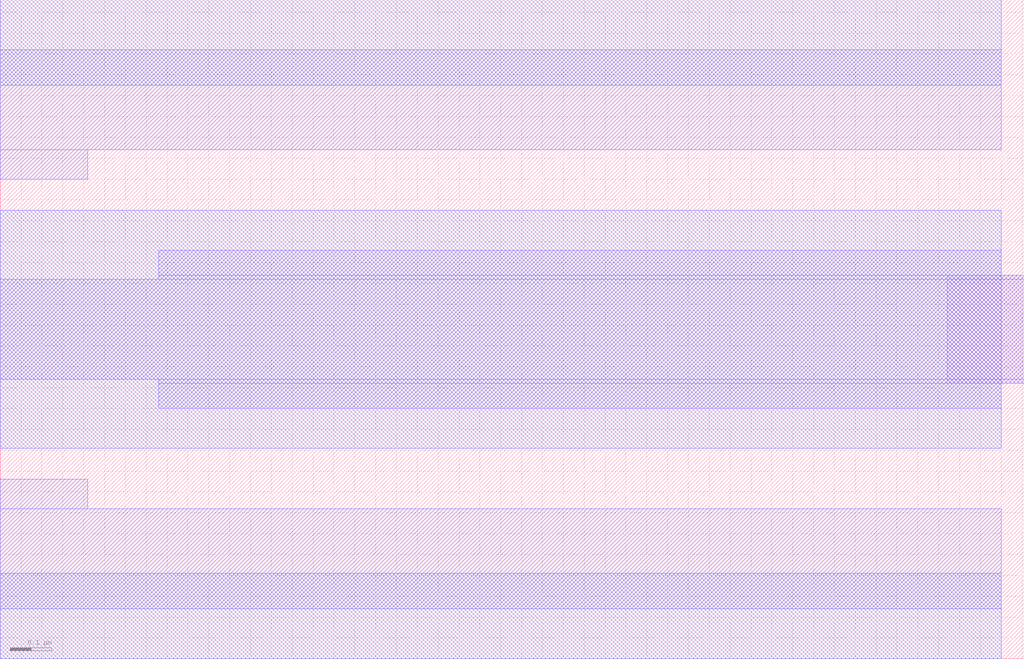
<source format=lef>
# Copyright 2020 The SkyWater PDK Authors
#
# Licensed under the Apache License, Version 2.0 (the "License");
# you may not use this file except in compliance with the License.
# You may obtain a copy of the License at
#
#     https://www.apache.org/licenses/LICENSE-2.0
#
# Unless required by applicable law or agreed to in writing, software
# distributed under the License is distributed on an "AS IS" BASIS,
# WITHOUT WARRANTIES OR CONDITIONS OF ANY KIND, either express or implied.
# See the License for the specific language governing permissions and
# limitations under the License.
#
# SPDX-License-Identifier: Apache-2.0

VERSION 5.7 ;
  NOWIREEXTENSIONATPIN ON ;
  DIVIDERCHAR "/" ;
  BUSBITCHARS "[]" ;
MACRO sky130_fd_bd_sram__sram_dp_cell_met23_opt2
  CLASS BLOCK ;
  FOREIGN sky130_fd_bd_sram__sram_dp_cell_met23_opt2 ;
  ORIGIN  0.000000  0.000000 ;
  SIZE  2.455000 BY  1.580000 ;
  OBS
    LAYER met1 ;
      RECT 2.270000 0.660000 2.455000 0.920000 ;
    LAYER met2 ;
      RECT 0.000000 0.120000 2.400000 0.360000 ;
      RECT 0.000000 0.360000 0.210000 0.430000 ;
      RECT 0.000000 0.670000 2.455000 0.910000 ;
      RECT 0.000000 1.150000 0.210000 1.220000 ;
      RECT 0.000000 1.220000 2.400000 1.460000 ;
      RECT 0.380000 0.600000 2.400000 0.660000 ;
      RECT 0.380000 0.660000 2.455000 0.670000 ;
      RECT 0.380000 0.910000 2.455000 0.920000 ;
      RECT 0.380000 0.920000 2.400000 0.980000 ;
    LAYER met3 ;
      RECT 0.000000 0.000000 2.400000 0.205000 ;
      RECT 0.000000 0.505000 2.400000 1.075000 ;
      RECT 0.000000 1.375000 2.400000 1.580000 ;
  END
END sky130_fd_bd_sram__sram_dp_cell_met23_opt2
END LIBRARY

</source>
